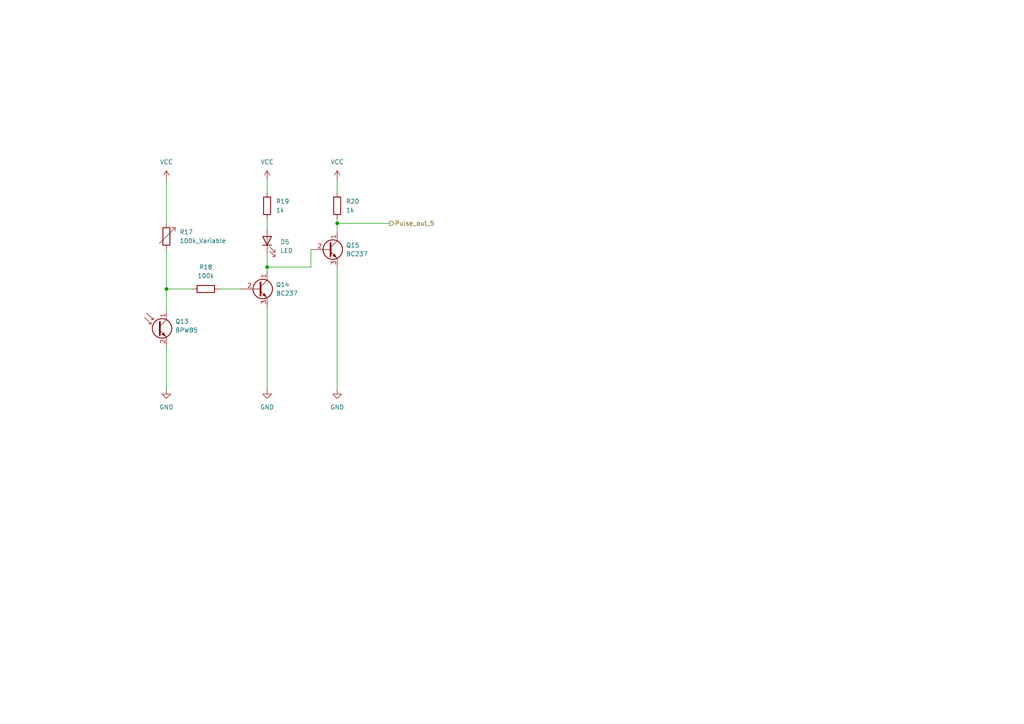
<source format=kicad_sch>
(kicad_sch (version 20231120) (generator "eeschema") (generator_version "8.0")
  (paper "A4")
  (lib_symbols
    (symbol "Device:LED" (pin_numbers hide) (pin_names (offset 1.016) hide)
      (property "Reference" "D" (at 0 2.54 0))
      (property "Value" "LED" (at 0 -2.54 0))
      (symbol "LED_0_1"
        (polyline (pts (xy -1.27 -1.27) (xy -1.27 1.27)) (stroke (width 0.254)))
        (polyline (pts (xy -1.27 0) (xy 1.27 0)))
        (polyline (pts (xy 1.27 -1.27) (xy 1.27 1.27) (xy -1.27 0) (xy 1.27 -1.27)) (stroke (width 0.254)))
        (polyline (pts (xy -3.048 -0.762) (xy -4.572 -2.286) (xy -3.81 -2.286) (xy -4.572 -2.286) (xy -4.572 -1.524)))
        (polyline (pts (xy -1.778 -0.762) (xy -3.302 -2.286) (xy -2.54 -2.286) (xy -3.302 -2.286) (xy -3.302 -1.524)))
      )
      (symbol "LED_1_1"
        (pin passive line (at -3.81 0 0) (length 2.54) (name "K") (number "1"))
        (pin passive line (at 3.81 0 180) (length 2.54) (name "A") (number "2"))
      )
    )
    (symbol "Device:R" (pin_numbers hide) (pin_names (offset 0))
      (property "Reference" "R" (at 2.032 0 90))
      (property "Value" "R" (at 0 0 90))
      (symbol "R_0_1"
        (rectangle (start -1.016 -2.54) (end 1.016 2.54) (stroke (width 0.254)))
      )
      (symbol "R_1_1"
        (pin passive line (at 0 3.81 270) (length 1.27) (name "~") (number "1"))
        (pin passive line (at 0 -3.81 90) (length 1.27) (name "~") (number "2"))
      )
    )
    (symbol "Device:R_Variable" (pin_numbers hide) (pin_names (offset 0))
      (property "Reference" "R" (at 2.54 -2.54 90))
      (property "Value" "R_Variable" (at -2.54 -1.27 90))
      (symbol "R_Variable_0_1"
        (rectangle (start -1.016 -2.54) (end 1.016 2.54) (stroke (width 0.254)))
        (polyline (pts (xy 2.54 1.524) (xy 2.54 2.54) (xy 1.524 2.54) (xy 2.54 2.54) (xy -2.032 -2.032)))
      )
      (symbol "R_Variable_1_1"
        (pin passive line (at 0 3.81 270) (length 1.27) (name "~") (number "1"))
        (pin passive line (at 0 -3.81 90) (length 1.27) (name "~") (number "2"))
      )
    )
    (symbol "Sensor_Optical:BPW85" (pin_names (offset 0) hide)
      (property "Reference" "Q" (at 5.08 1.27 0))
      (property "Value" "BPW85" (at 5.08 -1.27 0))
      (symbol "BPW85_0_1"
        (polyline (pts (xy -1.905 1.27) (xy -2.54 1.27)))
        (polyline (pts (xy -1.27 2.54) (xy -1.905 2.54)))
        (polyline (pts (xy 0.635 0.635) (xy 2.54 2.54)))
        (polyline (pts (xy -3.81 3.175) (xy -1.905 1.27) (xy -1.905 1.905)))
        (polyline (pts (xy -3.175 4.445) (xy -1.27 2.54) (xy -1.27 3.175)))
        (polyline (pts (xy 0.635 -0.635) (xy 2.54 -2.54) (xy 2.54 -2.54)))
        (polyline (pts (xy 0.635 1.905) (xy 0.635 -1.905) (xy 0.635 -1.905)) (stroke (width 0.508)))
        (polyline (pts (xy 1.27 -1.778) (xy 1.778 -1.27) (xy 2.286 -2.286) (xy 1.27 -1.778) (xy 1.27 -1.778)) (fill (type outline)))
        (circle (center 1.27 0) (radius 2.8194) (stroke (width 0.254)))
      )
      (symbol "BPW85_1_1"
        (pin passive line (at 2.54 5.08 270) (length 2.54) (name "C") (number "1"))
        (pin passive line (at 2.54 -5.08 90) (length 2.54) (name "E") (number "2"))
      )
    )
    (symbol "Transistor_BJT:BC237" (pin_names (offset 0) hide)
      (property "Reference" "Q" (at 5.08 1.905 0))
      (property "Value" "BC237" (at 5.08 0 0))
      (symbol "BC237_0_1"
        (polyline (pts (xy 0 0) (xy 0.635 0)))
        (polyline (pts (xy 0.635 0.635) (xy 2.54 2.54)))
        (polyline (pts (xy 0.635 -0.635) (xy 2.54 -2.54) (xy 2.54 -2.54)))
        (polyline (pts (xy 0.635 1.905) (xy 0.635 -1.905) (xy 0.635 -1.905)) (stroke (width 0.508)))
        (polyline (pts (xy 1.27 -1.778) (xy 1.778 -1.27) (xy 2.286 -2.286) (xy 1.27 -1.778) (xy 1.27 -1.778)) (fill (type outline)))
        (circle (center 1.27 0) (radius 2.8194) (stroke (width 0.254)))
      )
      (symbol "BC237_1_1"
        (pin passive line (at 2.54 5.08 270) (length 2.54) (name "C") (number "1"))
        (pin input line (at -5.08 0 0) (length 5.08) (name "B") (number "2"))
        (pin passive line (at 2.54 -5.08 90) (length 2.54) (name "E") (number "3"))
      )
    )
    (symbol "power:GND" (power) (pin_numbers hide) (pin_names (offset 0) hide)
      (property "Value" "GND" (at 0 -3.81 0))
      (symbol "GND_0_1"
        (polyline (pts (xy 0 0) (xy 0 -1.27) (xy 1.27 -1.27) (xy 0 -2.54) (xy -1.27 -1.27) (xy 0 -1.27)))
      )
      (symbol "GND_1_1"
        (pin power_in line (at 0 0 270) (length 0) (name "~") (number "1"))
      )
    )
    (symbol "power:VCC" (power) (pin_numbers hide) (pin_names (offset 0) hide)
      (property "Value" "VCC" (at 0 3.556 0))
      (symbol "VCC_0_1"
        (polyline (pts (xy -0.762 1.27) (xy 0 2.54)))
        (polyline (pts (xy 0 0) (xy 0 2.54)))
        (polyline (pts (xy 0 2.54) (xy 0.762 1.27)))
      )
      (symbol "VCC_1_1"
        (pin power_in line (at 0 0 90) (length 0) (name "~") (number "1"))
      )
    )
  )
  (junction (at 48.26 83.82))
  (junction (at 77.47 77.47))
  (junction (at 97.79 64.77))
  (wire (pts (xy 97.79 64.77) (xy 113.03 64.77)))
  (wire (pts (xy 97.79 63.5) (xy 97.79 64.77)))
  (wire (pts (xy 77.47 77.47) (xy 77.47 78.74)))
  (wire (pts (xy 97.79 64.77) (xy 97.79 67.31)))
  (wire (pts (xy 48.26 52.07) (xy 48.26 64.77)))
  (wire (pts (xy 77.47 77.47) (xy 90.17 77.47)))
  (wire (pts (xy 48.26 83.82) (xy 48.26 90.17)))
  (wire (pts (xy 77.47 63.5) (xy 77.47 66.04)))
  (wire (pts (xy 48.26 100.33) (xy 48.26 113.03)))
  (wire (pts (xy 77.47 73.66) (xy 77.47 77.47)))
  (wire (pts (xy 90.17 77.47) (xy 90.17 72.39)))
  (wire (pts (xy 48.26 72.39) (xy 48.26 83.82)))
  (wire (pts (xy 63.5 83.82) (xy 69.85 83.82)))
  (wire (pts (xy 77.47 88.9) (xy 77.47 113.03)))
  (wire (pts (xy 48.26 83.82) (xy 55.88 83.82)))
  (wire (pts (xy 97.79 77.47) (xy 97.79 113.03)))
  (wire (pts (xy 77.47 52.07) (xy 77.47 55.88)))
  (wire (pts (xy 97.79 52.07) (xy 97.79 55.88)))
  (hierarchical_label "Pulse_out_5" (shape output) (at 113.03 64.77 0))
  (symbol (lib_id "power:GND") (at 97.79 113.03 0) (unit 1)
    (property "Reference" "#PWR030" (effects (hide yes)))
    (property "Value" "GND" (at 97.79 118.11 0))
    (property "Description" "Power symbol creates a global label with name \"GND\" , ground" (effects (hide yes)))
  )
  (symbol (lib_id "power:GND") (at 77.47 113.03 0) (unit 1)
    (property "Reference" "#PWR028" (effects (hide yes)))
    (property "Value" "GND" (at 77.47 118.11 0))
    (property "Description" "Power symbol creates a global label with name \"GND\" , ground" (effects (hide yes)))
  )
  (symbol (lib_id "Device:R") (at 97.79 59.69 180) (unit 1)
    (property "Reference" "R20" (at 100.33 58.4199 0) (effects (justify right)))
    (property "Value" "1k" (at 100.33 60.9599 0) (effects (justify right)))
    (property "Footprint" "Resistor_THT:R_Axial_DIN0207_L6.3mm_D2.5mm_P7.62mm_Horizontal" (effects (hide yes)))
    (property "Description" "Resistor" (effects (hide yes)))
  )
  (symbol (lib_id "Device:R") (at 59.69 83.82 90) (unit 1)
    (property "Reference" "R18" (at 59.69 77.47 90))
    (property "Value" "100k" (at 59.69 80.01 90))
    (property "Footprint" "Resistor_THT:R_Axial_DIN0207_L6.3mm_D2.5mm_P7.62mm_Horizontal" (effects (hide yes)))
    (property "Description" "Resistor" (effects (hide yes)))
  )
  (symbol (lib_id "Transistor_BJT:BC237") (at 74.93 83.82 0) (unit 1)
    (property "Reference" "Q14" (at 80.01 82.5499 0) (effects (justify left)))
    (property "Value" "BC237" (at 80.01 85.0899 0) (effects (justify left)))
    (property "Footprint" "Package_TO_SOT_THT:TO-92_Inline" (effects (hide yes)))
    (property "Datasheet" "http://www.onsemi.com/pub_link/Collateral/BC237-D.PDF" (effects (hide yes)))
    (property "Description" "100mA Ic, 50V Vce, Epitaxial Silicon NPN Transistor, TO-92" (effects (hide yes)))
  )
  (symbol (lib_id "power:VCC") (at 77.47 52.07 0) (unit 1)
    (property "Reference" "#PWR027" (effects (hide yes)))
    (property "Value" "VCC" (at 77.47 46.99 0))
    (property "Description" "Power symbol creates a global label with name \"VCC\"" (effects (hide yes)))
  )
  (symbol (lib_id "power:GND") (at 48.26 113.03 0) (unit 1)
    (property "Reference" "#PWR026" (effects (hide yes)))
    (property "Value" "GND" (at 48.26 118.11 0))
    (property "Description" "Power symbol creates a global label with name \"GND\" , ground" (effects (hide yes)))
  )
  (symbol (lib_id "power:VCC") (at 48.26 52.07 0) (unit 1)
    (property "Reference" "#PWR025" (effects (hide yes)))
    (property "Value" "VCC" (at 48.26 46.99 0))
    (property "Description" "Power symbol creates a global label with name \"VCC\"" (effects (hide yes)))
  )
  (symbol (lib_id "Transistor_BJT:BC237") (at 95.25 72.39 0) (unit 1)
    (property "Reference" "Q15" (at 100.33 71.1199 0) (effects (justify left)))
    (property "Value" "BC237" (at 100.33 73.6599 0) (effects (justify left)))
    (property "Footprint" "Package_TO_SOT_THT:TO-92_Inline" (effects (hide yes)))
    (property "Datasheet" "http://www.onsemi.com/pub_link/Collateral/BC237-D.PDF" (effects (hide yes)))
    (property "Description" "100mA Ic, 50V Vce, Epitaxial Silicon NPN Transistor, TO-92" (effects (hide yes)))
  )
  (symbol (lib_id "Device:R") (at 77.47 59.69 180) (unit 1)
    (property "Reference" "R19" (at 80.01 58.4199 0) (effects (justify right)))
    (property "Value" "1k" (at 80.01 60.9599 0) (effects (justify right)))
    (property "Footprint" "Resistor_THT:R_Axial_DIN0207_L6.3mm_D2.5mm_P7.62mm_Horizontal" (effects (hide yes)))
    (property "Description" "Resistor" (effects (hide yes)))
  )
  (symbol (lib_id "Sensor_Optical:BPW85") (at 45.72 95.25 0) (unit 1)
    (property "Reference" "Q13" (at 50.8 93.2306 0) (effects (justify left)))
    (property "Value" "BPW85" (at 50.8 95.7706 0) (effects (justify left)))
    (property "Footprint" "LED_THT:LED_D3.0mm_Clear" (effects (hide yes)))
    (property "Datasheet" "https://www.vishay.com/docs/81531/bpw85a.pdf" (effects (hide yes)))
    (property "Description" "Silicon NPN Phototransistor, Ica = 0.8-8mA, T-1" (effects (hide yes)))
  )
  (symbol (lib_id "power:VCC") (at 97.79 52.07 0) (unit 1)
    (property "Reference" "#PWR029" (effects (hide yes)))
    (property "Value" "VCC" (at 97.79 46.99 0))
    (property "Description" "Power symbol creates a global label with name \"VCC\"" (effects (hide yes)))
  )
  (symbol (lib_id "Device:R_Variable") (at 48.26 68.58 0) (unit 1)
    (property "Reference" "R17" (at 52.07 67.3099 0) (effects (justify left)))
    (property "Value" "100k_Variable" (at 52.07 69.8499 0) (effects (justify left)))
    (property "Footprint" "Potentiometer_THT:Potentiometer_Bourns_3386P_Vertical" (effects (hide yes)))
    (property "Description" "Variable resistor" (effects (hide yes)))
  )
  (symbol (lib_id "Device:LED") (at 77.47 69.85 90) (unit 1)
    (property "Reference" "D5" (at 81.28 70.1674 90) (effects (justify right)))
    (property "Value" "LED" (at 81.28 72.7074 90) (effects (justify right)))
    (property "Footprint" "LED_THT:LED_D5.0mm" (effects (hide yes)))
    (property "Description" "Light emitting diode" (effects (hide yes)))
  )
)
</source>
